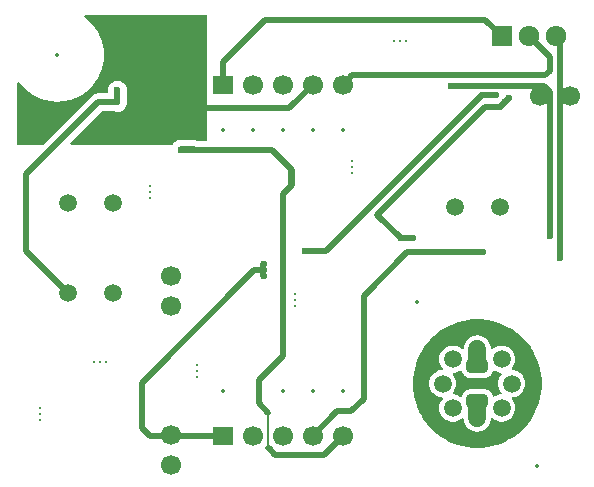
<source format=gbl>
%TF.GenerationSoftware,KiCad,Pcbnew,8.0.6*%
%TF.CreationDate,2024-11-21T00:19:26+01:00*%
%TF.ProjectId,3458A Ref A9 Clone,33343538-4120-4526-9566-20413920436c,rev?*%
%TF.SameCoordinates,Original*%
%TF.FileFunction,Copper,L4,Bot*%
%TF.FilePolarity,Positive*%
%FSLAX46Y46*%
G04 Gerber Fmt 4.6, Leading zero omitted, Abs format (unit mm)*
G04 Created by KiCad (PCBNEW 8.0.6) date 2024-11-21 00:19:26*
%MOMM*%
%LPD*%
G01*
G04 APERTURE LIST*
G04 Aperture macros list*
%AMRoundRect*
0 Rectangle with rounded corners*
0 $1 Rounding radius*
0 $2 $3 $4 $5 $6 $7 $8 $9 X,Y pos of 4 corners*
0 Add a 4 corners polygon primitive as box body*
4,1,4,$2,$3,$4,$5,$6,$7,$8,$9,$2,$3,0*
0 Add four circle primitives for the rounded corners*
1,1,$1+$1,$2,$3*
1,1,$1+$1,$4,$5*
1,1,$1+$1,$6,$7*
1,1,$1+$1,$8,$9*
0 Add four rect primitives between the rounded corners*
20,1,$1+$1,$2,$3,$4,$5,0*
20,1,$1+$1,$4,$5,$6,$7,0*
20,1,$1+$1,$6,$7,$8,$9,0*
20,1,$1+$1,$8,$9,$2,$3,0*%
G04 Aperture macros list end*
%TA.AperFunction,ComponentPad*%
%ADD10C,1.500000*%
%TD*%
%TA.AperFunction,ComponentPad*%
%ADD11R,1.700000X1.524000*%
%TD*%
%TA.AperFunction,ComponentPad*%
%ADD12C,1.700000*%
%TD*%
%TA.AperFunction,ComponentPad*%
%ADD13R,1.710000X1.800000*%
%TD*%
%TA.AperFunction,ComponentPad*%
%ADD14O,1.710000X1.800000*%
%TD*%
%TA.AperFunction,SMDPad,CuDef*%
%ADD15RoundRect,0.250000X-0.650000X0.325000X-0.650000X-0.325000X0.650000X-0.325000X0.650000X0.325000X0*%
%TD*%
%TA.AperFunction,ViaPad*%
%ADD16C,0.600000*%
%TD*%
%TA.AperFunction,Conductor*%
%ADD17C,0.508000*%
%TD*%
%TA.AperFunction,Conductor*%
%ADD18C,1.500000*%
%TD*%
%TA.AperFunction,Conductor*%
%ADD19C,0.200000*%
%TD*%
%TA.AperFunction,Conductor*%
%ADD20C,0.600000*%
%TD*%
%ADD21C,0.300000*%
%ADD22C,0.350000*%
G04 APERTURE END LIST*
D10*
%TO.P,R415,1*%
%TO.N,+7V REF*%
X135001000Y-109270800D03*
%TO.P,R415,2*%
%TO.N,Net-(U402B-+)*%
X138811000Y-109270800D03*
%TD*%
%TO.P,R413,1*%
%TO.N,+7V REF*%
X171577000Y-109601000D03*
%TO.P,R413,2*%
%TO.N,Net-(C414-Pad1)*%
X167767000Y-109601000D03*
%TD*%
%TO.P,U401,1*%
%TO.N,Net-(Q401-E)*%
X172543018Y-124519986D03*
%TO.P,U401,2*%
%TO.N,Net-(D401-A)*%
X171687770Y-122455234D03*
%TO.P,U401,3*%
%TO.N,+7V REF*%
X169623018Y-121599986D03*
%TO.P,U401,4*%
%TO.N,ZD-*%
X167558266Y-122455234D03*
%TO.P,U401,5*%
%TO.N,Net-(U402B-+)*%
X166703018Y-124519986D03*
%TO.P,U401,6*%
%TO.N,J400 (1): Temp*%
X167558266Y-126584738D03*
%TO.P,U401,7*%
%TO.N,J400 (2): REF GND*%
X169623018Y-127439986D03*
%TO.P,U401,8*%
%TO.N,Net-(C414-Pad1)*%
X171687770Y-126584738D03*
%TD*%
D11*
%TO.P,J400,1,Pin_1*%
%TO.N,J400 (1): Temp*%
X148080000Y-128940000D03*
D12*
%TO.P,J400,2,Pin_2*%
%TO.N,unconnected-(J400-Pin_2-Pad2)*%
X150620000Y-128940000D03*
%TO.P,J400,3,Pin_3*%
%TO.N,J400 (2): REF GND*%
X153160000Y-128940000D03*
%TO.P,J400,4,Pin_4*%
%TO.N,+7V REF*%
X155700000Y-128940000D03*
%TO.P,J400,5,Pin_5*%
%TO.N,J400 (2): REF GND*%
X158240000Y-128940000D03*
%TD*%
D10*
%TO.P,R414,1*%
%TO.N,ZD-*%
X138811000Y-116890800D03*
%TO.P,R414,2*%
%TO.N,J400 (2): REF GND*%
X135001000Y-116890800D03*
%TD*%
D12*
%TO.P,TP2,1,1*%
%TO.N,J400 (2): REF GND*%
X143713200Y-131445000D03*
%TD*%
%TO.P,TP6,1,1*%
%TO.N,Net-(D401-A)*%
X174955200Y-100177600D03*
%TD*%
%TO.P,TP3,1,1*%
%TO.N,ZD-*%
X143715000Y-115443000D03*
%TD*%
%TO.P,TP4,1,1*%
%TO.N,J400 (2): REF GND*%
X143715000Y-117983000D03*
%TD*%
D13*
%TO.P,Q401,1,B*%
%TO.N,J401 (1): Heater*%
X171715000Y-95122000D03*
D14*
%TO.P,Q401,2,C*%
%TO.N,+18H*%
X173994999Y-95122000D03*
%TO.P,Q401,3,E*%
%TO.N,Net-(Q401-E)*%
X176275000Y-95122000D03*
%TD*%
D12*
%TO.P,TP5,1,1*%
%TO.N,Net-(Q401-E)*%
X177495200Y-100177600D03*
%TD*%
%TO.P,TP1,1,1*%
%TO.N,J400 (1): Temp*%
X143713200Y-128905000D03*
%TD*%
D11*
%TO.P,J401,1,Pin_1*%
%TO.N,J401 (1): Heater*%
X148090000Y-99210000D03*
D12*
%TO.P,J401,2,Pin_2*%
%TO.N,+18*%
X150630000Y-99210000D03*
%TO.P,J401,3,Pin_3*%
%TO.N,J401 (3): GND Heater*%
X153170000Y-99210000D03*
%TO.P,J401,4,Pin_4*%
%TO.N,-15*%
X155710000Y-99210000D03*
%TO.P,J401,5,Pin_5*%
%TO.N,+18H*%
X158250000Y-99210000D03*
%TD*%
D15*
%TO.P,C2,1*%
%TO.N,+7V REF*%
X169630018Y-123044985D03*
%TO.P,C2,2*%
%TO.N,J400 (2): REF GND*%
X169630018Y-125994987D03*
%TD*%
D16*
%TO.N,+7V REF*%
X169113200Y-113411000D03*
X170129199Y-113410999D03*
X169621200Y-113411000D03*
%TO.N,J400 (2): REF GND*%
X139164699Y-100203001D03*
X153896699Y-106425999D03*
X145541999Y-104726099D03*
X145034000Y-104726100D03*
X144526000Y-104726100D03*
X139164700Y-100710998D03*
X153896700Y-107441999D03*
X139164699Y-99694998D03*
X153896699Y-106934000D03*
%TO.N,J400 (1): Temp*%
X141224000Y-126644400D03*
X151559900Y-114935000D03*
X151559900Y-114427000D03*
X141224000Y-127152400D03*
X141224000Y-127660400D03*
X151559900Y-115443000D03*
%TO.N,Net-(D401-A)*%
X167386000Y-99314000D03*
X175768000Y-111506000D03*
X167894000Y-99314000D03*
X168402000Y-99314000D03*
X175768001Y-112013999D03*
X175768000Y-110998000D03*
%TO.N,unconnected-(J400-Pin_2-Pad2)*%
X167672582Y-129230870D03*
X168660411Y-129536199D03*
X173263271Y-126836632D03*
X170688000Y-124519986D03*
X168216436Y-124941614D03*
X167352836Y-120871572D03*
X170599625Y-120329957D03*
X168660411Y-128710015D03*
X165981604Y-126797168D03*
X170561000Y-128727200D03*
X173176832Y-123063000D03*
X164610004Y-125450968D03*
X165422804Y-125450968D03*
X170561000Y-129540000D03*
X168216436Y-124103414D03*
X173837232Y-123589004D03*
X164613805Y-123550379D03*
X164914804Y-126466968D03*
X173168239Y-125997718D03*
X174646231Y-125489593D03*
X168173032Y-120973172D03*
X171946664Y-120886733D03*
X174650032Y-123589004D03*
X166768636Y-120287372D03*
X171587454Y-119809102D03*
X171107750Y-120981765D03*
X165422028Y-121628604D03*
X165439989Y-123550379D03*
X171907200Y-128168400D03*
X166083204Y-125976972D03*
X167683036Y-119804772D03*
X170180000Y-124519986D03*
X173278432Y-122242804D03*
X173820047Y-125489593D03*
X172521400Y-120311996D03*
X171043600Y-124942600D03*
X168699036Y-120312772D03*
X171043600Y-124104400D03*
X174340902Y-126477422D03*
X166091797Y-123042254D03*
X164919134Y-122562550D03*
X173862632Y-121658604D03*
X174345232Y-122573004D03*
X166738636Y-128727976D03*
X167313372Y-128153239D03*
X165996765Y-122203340D03*
X172491400Y-128752600D03*
X169630018Y-124519986D03*
X165397404Y-127381368D03*
X173838008Y-127411368D03*
X171577000Y-129235200D03*
X170599625Y-119503773D03*
X168572036Y-124519000D03*
X169080036Y-124519000D03*
X171087004Y-128066800D03*
X168699036Y-119499972D03*
X168152286Y-128058207D03*
%TO.N,-15*%
X145034000Y-101521900D03*
X138531600Y-103505000D03*
X143560800Y-100710999D03*
X144526001Y-101521901D03*
X143560799Y-99695000D03*
X138531600Y-102997000D03*
X138531599Y-102489001D03*
X143560800Y-100203001D03*
X145542000Y-101521900D03*
%TO.N,Net-(Q401-E)*%
X164211000Y-112217200D03*
X176657001Y-113918999D03*
X176657000Y-112903000D03*
X163195000Y-112217200D03*
X172339000Y-100330000D03*
X176657000Y-113411000D03*
X171577000Y-101092000D03*
X163703000Y-112217200D03*
X171958000Y-100711000D03*
%TO.N,Net-(C1-Pad1)*%
X170149185Y-100126800D03*
X171226815Y-100126800D03*
X156210000Y-113284000D03*
X155067000Y-113284000D03*
X155637000Y-113284000D03*
X170688000Y-100126800D03*
%TD*%
D17*
%TO.N,+7V REF*%
X157767000Y-126873000D02*
X155700000Y-128940000D01*
X160020000Y-125793500D02*
X158940500Y-126873000D01*
X163703000Y-113411000D02*
X160020000Y-117094000D01*
X170129198Y-113411000D02*
X169113200Y-113411000D01*
X158940500Y-126873000D02*
X157767000Y-126873000D01*
X170129199Y-113410999D02*
X170129198Y-113411000D01*
D18*
X169623018Y-121599986D02*
X169623018Y-122537985D01*
D17*
X160020000Y-117094000D02*
X160020000Y-125793500D01*
X170129198Y-113411000D02*
X163703000Y-113411000D01*
D19*
X169573932Y-121550900D02*
X169623018Y-121599986D01*
D17*
X169623018Y-123037985D02*
X169630018Y-123044985D01*
%TO.N,J400 (2): REF GND*%
X153162000Y-122174000D02*
X153162000Y-108458000D01*
D19*
X151924000Y-126997000D02*
X151924000Y-129953000D01*
D17*
X151130000Y-126203000D02*
X151924000Y-126997000D01*
X135001000Y-116890800D02*
X131445000Y-113334800D01*
X152224101Y-104726100D02*
X153924000Y-106425999D01*
X151970000Y-129999000D02*
X152527000Y-130556000D01*
X153162000Y-108458000D02*
X153924001Y-107695999D01*
X137541002Y-100710998D02*
X139164700Y-100710998D01*
X131445000Y-106807000D02*
X137541002Y-100710998D01*
X151130000Y-126111000D02*
X151130000Y-126203000D01*
X139164700Y-100710998D02*
X139164700Y-99694999D01*
X144526000Y-104726100D02*
X152224101Y-104726100D01*
X156624000Y-130556000D02*
X158240000Y-128940000D01*
X152527000Y-130556000D02*
X156624000Y-130556000D01*
X139164700Y-99694999D02*
X139164699Y-99694998D01*
X151130000Y-126111000D02*
X151130000Y-124206000D01*
X131445000Y-113334800D02*
X131445000Y-106807000D01*
D18*
X169623018Y-127439986D02*
X169623018Y-126501987D01*
D17*
X151130000Y-124206000D02*
X153162000Y-122174000D01*
X153924000Y-106425999D02*
X153924000Y-106934000D01*
X151924000Y-129953000D02*
X151970000Y-129999000D01*
D20*
X145541999Y-104698800D02*
X144511001Y-104698800D01*
D17*
X153924001Y-107695999D02*
X153924001Y-107441999D01*
X153924001Y-107441999D02*
X153924000Y-106410999D01*
X169623018Y-126001987D02*
X169630018Y-125994987D01*
%TO.N,J400 (1): Temp*%
X141224000Y-124460000D02*
X150749000Y-114935000D01*
X148080000Y-128940000D02*
X141894000Y-128940000D01*
X150749000Y-114935000D02*
X151511000Y-114935000D01*
X141894000Y-128940000D02*
X141224000Y-128270000D01*
X151511000Y-115443000D02*
X151511000Y-114427000D01*
X141224000Y-128270000D02*
X141224000Y-124460000D01*
%TO.N,Net-(D401-A)*%
X175742600Y-100177600D02*
X175768000Y-100203000D01*
X175768000Y-99822000D02*
X175260000Y-99314000D01*
X175768000Y-112013998D02*
X175768000Y-100203000D01*
X175260000Y-99314000D02*
X167386000Y-99314000D01*
X175768001Y-112013999D02*
X175768000Y-112013998D01*
X174955200Y-100177600D02*
X175742600Y-100177600D01*
X175768000Y-100203000D02*
X175768000Y-99822000D01*
%TO.N,J401 (1): Heater*%
X148090000Y-97274000D02*
X151638000Y-93726000D01*
X151638000Y-93726000D02*
X170319000Y-93726000D01*
X148090000Y-99210000D02*
X148090000Y-97274000D01*
X170319000Y-93726000D02*
X171715000Y-95122000D01*
%TO.N,+18H*%
X158250000Y-99210000D02*
X159035000Y-98425000D01*
X175387000Y-98425000D02*
X175772999Y-98039001D01*
X159035000Y-98425000D02*
X175387000Y-98425000D01*
X175772999Y-96900000D02*
X173994999Y-95122000D01*
X175772999Y-98039001D02*
X175772999Y-96900000D01*
%TO.N,-15*%
X145161000Y-101219000D02*
X153701000Y-101219000D01*
X153701000Y-101219000D02*
X155710000Y-99210000D01*
%TO.N,Net-(Q401-E)*%
X177495200Y-100177600D02*
X176682400Y-100177600D01*
X171577000Y-101092000D02*
X170307000Y-101092000D01*
X171577000Y-101092000D02*
X172339000Y-100330000D01*
X176657000Y-113918998D02*
X176657000Y-100203000D01*
X176275000Y-95631000D02*
X176275000Y-95122000D01*
X163169600Y-112217200D02*
X164211000Y-112217200D01*
X176657000Y-100203000D02*
X176657000Y-95378000D01*
X176657000Y-95504000D02*
X176275000Y-95122000D01*
X176657001Y-113918999D02*
X176657000Y-113918998D01*
X176682400Y-100177600D02*
X176657000Y-100203000D01*
X170307000Y-101092000D02*
X161175700Y-110223300D01*
X161175700Y-110223300D02*
X163169600Y-112217200D01*
%TO.N,Net-(C1-Pad1)*%
X170002200Y-100126800D02*
X171226815Y-100126800D01*
X155067000Y-113284000D02*
X156845000Y-113284000D01*
X156845000Y-113284000D02*
X170002200Y-100126800D01*
%TD*%
%TA.AperFunction,Conductor*%
%TO.N,unconnected-(J400-Pin_2-Pad2)*%
G36*
X168302335Y-123428168D02*
G01*
X168333457Y-123476124D01*
X168359730Y-123566555D01*
X168378274Y-123630383D01*
X168461937Y-123771850D01*
X168578153Y-123888066D01*
X168719620Y-123971729D01*
X168877449Y-124017583D01*
X168914324Y-124020485D01*
X168914329Y-124020485D01*
X170345707Y-124020485D01*
X170345712Y-124020485D01*
X170382587Y-124017583D01*
X170540416Y-123971729D01*
X170681883Y-123888066D01*
X170798099Y-123771850D01*
X170881762Y-123630383D01*
X170924444Y-123483470D01*
X170958835Y-123432865D01*
X171016404Y-123412140D01*
X171071629Y-123426919D01*
X171172751Y-123489532D01*
X171371572Y-123566555D01*
X171581160Y-123605734D01*
X171592912Y-123605734D01*
X171651103Y-123624641D01*
X171687067Y-123674141D01*
X171687067Y-123735327D01*
X171671916Y-123764395D01*
X171560653Y-123911729D01*
X171560648Y-123911738D01*
X171506499Y-124020485D01*
X171465613Y-124102597D01*
X171462819Y-124112418D01*
X171407262Y-124307674D01*
X171407262Y-124307676D01*
X171387589Y-124519986D01*
X171407262Y-124732296D01*
X171465613Y-124937375D01*
X171560652Y-125128241D01*
X171578523Y-125151906D01*
X171671916Y-125275577D01*
X171691895Y-125333408D01*
X171674066Y-125391939D01*
X171625239Y-125428811D01*
X171592912Y-125434238D01*
X171581160Y-125434238D01*
X171371574Y-125473416D01*
X171298483Y-125501731D01*
X171172751Y-125550440D01*
X171071629Y-125613052D01*
X171012201Y-125627610D01*
X170955566Y-125604456D01*
X170924444Y-125556501D01*
X170922683Y-125550440D01*
X170881762Y-125409589D01*
X170798099Y-125268122D01*
X170681883Y-125151906D01*
X170540416Y-125068243D01*
X170382587Y-125022389D01*
X170382586Y-125022388D01*
X170382583Y-125022388D01*
X170359158Y-125020545D01*
X170345712Y-125019487D01*
X168914324Y-125019487D01*
X168901791Y-125020473D01*
X168877452Y-125022388D01*
X168877445Y-125022390D01*
X168719620Y-125068243D01*
X168578154Y-125151905D01*
X168461936Y-125268123D01*
X168378274Y-125409588D01*
X168333457Y-125563848D01*
X168299065Y-125614453D01*
X168241497Y-125635178D01*
X168186271Y-125620398D01*
X168073290Y-125550443D01*
X168073285Y-125550440D01*
X167874461Y-125473416D01*
X167664876Y-125434238D01*
X167653124Y-125434238D01*
X167594933Y-125415331D01*
X167558969Y-125365831D01*
X167558969Y-125304645D01*
X167574120Y-125275577D01*
X167620031Y-125214781D01*
X167685384Y-125128241D01*
X167780423Y-124937375D01*
X167838774Y-124732296D01*
X167858447Y-124519986D01*
X167838774Y-124307676D01*
X167780423Y-124102597D01*
X167685384Y-123911731D01*
X167574119Y-123764394D01*
X167554141Y-123706564D01*
X167571970Y-123648033D01*
X167620797Y-123611161D01*
X167653124Y-123605734D01*
X167664876Y-123605734D01*
X167874464Y-123566555D01*
X168073285Y-123489532D01*
X168186271Y-123419574D01*
X168245699Y-123405015D01*
X168302335Y-123428168D01*
G37*
%TD.AperFunction*%
%TA.AperFunction,Conductor*%
G36*
X170033889Y-119081282D02*
G01*
X170041252Y-119081834D01*
X170439183Y-119126670D01*
X170446503Y-119127774D01*
X170542581Y-119145953D01*
X170839966Y-119202221D01*
X170847178Y-119203867D01*
X171233984Y-119307511D01*
X171241053Y-119309692D01*
X171619025Y-119441951D01*
X171625907Y-119444651D01*
X171992976Y-119604802D01*
X171999596Y-119607990D01*
X172353678Y-119795127D01*
X172360036Y-119798798D01*
X172699125Y-120011862D01*
X172705242Y-120016033D01*
X173027426Y-120253814D01*
X173033212Y-120258427D01*
X173330958Y-120514660D01*
X173336745Y-120519640D01*
X173342172Y-120524675D01*
X173625327Y-120807830D01*
X173630362Y-120813257D01*
X173891572Y-121116787D01*
X173896188Y-121122576D01*
X174133969Y-121444760D01*
X174138140Y-121450877D01*
X174198408Y-121546792D01*
X174330353Y-121756782D01*
X174351194Y-121789949D01*
X174354879Y-121796333D01*
X174542006Y-122150395D01*
X174545207Y-122157041D01*
X174705349Y-122524091D01*
X174708053Y-122530982D01*
X174840309Y-122908946D01*
X174842492Y-122916021D01*
X174946134Y-123302821D01*
X174947781Y-123310039D01*
X175022228Y-123703499D01*
X175023332Y-123710819D01*
X175068167Y-124108739D01*
X175068720Y-124116122D01*
X175083693Y-124516283D01*
X175083693Y-124523687D01*
X175068720Y-124923848D01*
X175068167Y-124931231D01*
X175023332Y-125329151D01*
X175022228Y-125336471D01*
X174947781Y-125729931D01*
X174946134Y-125737149D01*
X174842492Y-126123949D01*
X174840309Y-126131024D01*
X174708053Y-126508988D01*
X174705349Y-126515879D01*
X174545207Y-126882929D01*
X174542001Y-126889585D01*
X174354886Y-127243626D01*
X174351194Y-127250021D01*
X174138140Y-127589093D01*
X174133969Y-127595210D01*
X173896188Y-127917394D01*
X173891572Y-127923183D01*
X173630362Y-128226713D01*
X173625327Y-128232140D01*
X173342172Y-128515295D01*
X173336745Y-128520330D01*
X173033215Y-128781540D01*
X173027426Y-128786156D01*
X172705242Y-129023937D01*
X172699125Y-129028108D01*
X172360053Y-129241162D01*
X172353658Y-129244854D01*
X171999617Y-129431969D01*
X171992961Y-129435175D01*
X171625911Y-129595317D01*
X171619020Y-129598021D01*
X171241056Y-129730277D01*
X171233981Y-129732460D01*
X170847181Y-129836102D01*
X170839963Y-129837749D01*
X170446503Y-129912196D01*
X170439183Y-129913300D01*
X170041263Y-129958135D01*
X170033880Y-129958688D01*
X169633719Y-129973661D01*
X169626315Y-129973661D01*
X169226154Y-129958688D01*
X169218771Y-129958135D01*
X168820851Y-129913300D01*
X168813531Y-129912196D01*
X168420071Y-129837749D01*
X168412853Y-129836102D01*
X168026053Y-129732460D01*
X168018978Y-129730277D01*
X167641014Y-129598021D01*
X167634123Y-129595317D01*
X167267073Y-129435175D01*
X167260427Y-129431974D01*
X166906365Y-129244847D01*
X166899989Y-129241167D01*
X166705867Y-129119192D01*
X166560909Y-129028108D01*
X166554792Y-129023937D01*
X166232608Y-128786156D01*
X166226819Y-128781540D01*
X165923289Y-128520330D01*
X165917862Y-128515295D01*
X165634707Y-128232140D01*
X165629672Y-128226713D01*
X165542593Y-128125526D01*
X165368459Y-127923180D01*
X165363846Y-127917394D01*
X165337447Y-127881625D01*
X165126064Y-127595209D01*
X165121894Y-127589093D01*
X165070180Y-127506791D01*
X164908830Y-127250004D01*
X164905159Y-127243646D01*
X164718022Y-126889564D01*
X164714834Y-126882944D01*
X164554683Y-126515875D01*
X164551981Y-126508988D01*
X164504196Y-126372428D01*
X164419724Y-126131021D01*
X164417542Y-126123949D01*
X164313900Y-125737149D01*
X164312253Y-125729931D01*
X164299529Y-125662686D01*
X164263718Y-125473417D01*
X164237806Y-125336471D01*
X164236702Y-125329151D01*
X164207305Y-125068243D01*
X164191866Y-124931220D01*
X164191314Y-124923848D01*
X164184147Y-124732296D01*
X164176341Y-124523674D01*
X164176341Y-124519986D01*
X165547589Y-124519986D01*
X165567262Y-124732296D01*
X165625613Y-124937375D01*
X165720652Y-125128241D01*
X165849146Y-125298393D01*
X165890915Y-125336471D01*
X166006710Y-125442033D01*
X166006717Y-125442039D01*
X166110407Y-125506241D01*
X166187999Y-125554284D01*
X166386820Y-125631307D01*
X166596408Y-125670486D01*
X166608160Y-125670486D01*
X166666351Y-125689393D01*
X166702315Y-125738893D01*
X166702315Y-125800079D01*
X166687164Y-125829147D01*
X166575901Y-125976481D01*
X166575896Y-125976490D01*
X166480862Y-126167346D01*
X166422510Y-126372426D01*
X166409218Y-126515879D01*
X166402837Y-126584738D01*
X166422510Y-126797048D01*
X166480861Y-127002127D01*
X166575900Y-127192993D01*
X166704394Y-127363145D01*
X166775000Y-127427511D01*
X166861958Y-127506785D01*
X166861965Y-127506791D01*
X166965655Y-127570993D01*
X167043247Y-127619036D01*
X167242068Y-127696059D01*
X167451656Y-127735238D01*
X167664876Y-127735238D01*
X167874464Y-127696059D01*
X168073285Y-127619036D01*
X168254568Y-127506790D01*
X168306822Y-127459153D01*
X168362562Y-127433923D01*
X168422488Y-127446275D01*
X168463709Y-127491491D01*
X168471312Y-127526729D01*
X168472213Y-127526659D01*
X168472517Y-127530531D01*
X168480357Y-127580025D01*
X168481154Y-127586378D01*
X168487262Y-127652299D01*
X168495876Y-127682573D01*
X168498435Y-127694172D01*
X168500846Y-127709391D01*
X168500848Y-127709399D01*
X168521697Y-127773567D01*
X168522750Y-127777026D01*
X168542256Y-127845580D01*
X168545614Y-127857379D01*
X168551886Y-127869974D01*
X168555204Y-127878089D01*
X168555322Y-127878041D01*
X168556806Y-127881624D01*
X168595340Y-127957253D01*
X168595751Y-127958069D01*
X168640648Y-128048234D01*
X168640653Y-128048243D01*
X168697953Y-128124119D01*
X168699001Y-128125534D01*
X168745461Y-128189482D01*
X168745469Y-128189491D01*
X168748179Y-128192202D01*
X168757172Y-128202538D01*
X168769137Y-128218382D01*
X168769140Y-128218386D01*
X168769146Y-128218393D01*
X168784226Y-128232140D01*
X168826573Y-128270745D01*
X168829879Y-128273902D01*
X168873518Y-128317540D01*
X168890674Y-128330005D01*
X168899178Y-128336935D01*
X168899185Y-128336941D01*
X168926716Y-128362038D01*
X168926718Y-128362039D01*
X168978072Y-128393837D01*
X168984145Y-128397915D01*
X169020020Y-128423980D01*
X169020029Y-128423985D01*
X169054389Y-128441492D01*
X169061550Y-128445523D01*
X169107999Y-128474284D01*
X169108001Y-128474284D01*
X169108001Y-128474285D01*
X169120277Y-128479040D01*
X169148144Y-128489835D01*
X169157322Y-128493939D01*
X169181379Y-128506197D01*
X169217432Y-128517911D01*
X169234550Y-128523473D01*
X169239722Y-128525313D01*
X169306820Y-128551307D01*
X169332065Y-128556025D01*
X169344457Y-128559183D01*
X169353609Y-128562157D01*
X169426017Y-128573624D01*
X169428591Y-128574069D01*
X169516408Y-128590486D01*
X169516409Y-128590486D01*
X169729626Y-128590486D01*
X169729628Y-128590486D01*
X169817467Y-128574064D01*
X169820004Y-128573626D01*
X169892427Y-128562157D01*
X169901572Y-128559185D01*
X169913976Y-128556024D01*
X169939216Y-128551307D01*
X170006324Y-128525308D01*
X170011485Y-128523473D01*
X170064657Y-128506197D01*
X170088713Y-128493939D01*
X170097880Y-128489839D01*
X170138037Y-128474284D01*
X170184484Y-128445524D01*
X170191645Y-128441492D01*
X170226012Y-128423982D01*
X170261896Y-128397909D01*
X170267962Y-128393837D01*
X170319320Y-128362038D01*
X170346864Y-128336927D01*
X170355353Y-128330010D01*
X170372519Y-128317539D01*
X170416174Y-128273883D01*
X170419415Y-128270786D01*
X170476890Y-128218393D01*
X170488868Y-128202530D01*
X170497870Y-128192186D01*
X170500571Y-128189487D01*
X170547085Y-128125462D01*
X170548058Y-128124150D01*
X170605384Y-128048241D01*
X170641673Y-127975360D01*
X170650326Y-127957984D01*
X170650738Y-127957166D01*
X170689229Y-127881625D01*
X170689231Y-127881617D01*
X170690720Y-127878026D01*
X170690839Y-127878075D01*
X170694150Y-127869970D01*
X170700423Y-127857375D01*
X170723280Y-127777038D01*
X170724342Y-127773557D01*
X170745186Y-127709404D01*
X170745185Y-127709404D01*
X170745189Y-127709395D01*
X170747599Y-127694170D01*
X170750154Y-127682587D01*
X170758774Y-127652296D01*
X170764881Y-127586374D01*
X170765675Y-127580044D01*
X170773518Y-127530532D01*
X170773518Y-127530523D01*
X170773824Y-127526648D01*
X170775320Y-127526765D01*
X170792425Y-127474124D01*
X170841925Y-127438160D01*
X170903111Y-127438160D01*
X170939212Y-127459152D01*
X170974686Y-127491491D01*
X170991468Y-127506790D01*
X170991469Y-127506791D01*
X171095159Y-127570993D01*
X171172751Y-127619036D01*
X171371572Y-127696059D01*
X171581160Y-127735238D01*
X171794380Y-127735238D01*
X172003968Y-127696059D01*
X172202789Y-127619036D01*
X172384072Y-127506790D01*
X172541642Y-127363145D01*
X172670136Y-127192993D01*
X172765175Y-127002127D01*
X172823526Y-126797048D01*
X172843199Y-126584738D01*
X172823526Y-126372428D01*
X172765175Y-126167349D01*
X172670136Y-125976483D01*
X172558871Y-125829146D01*
X172538893Y-125771316D01*
X172556722Y-125712785D01*
X172605549Y-125675913D01*
X172637876Y-125670486D01*
X172649628Y-125670486D01*
X172859216Y-125631307D01*
X173058037Y-125554284D01*
X173239320Y-125442038D01*
X173396890Y-125298393D01*
X173525384Y-125128241D01*
X173620423Y-124937375D01*
X173678774Y-124732296D01*
X173698447Y-124519986D01*
X173678774Y-124307676D01*
X173620423Y-124102597D01*
X173525384Y-123911731D01*
X173396890Y-123741579D01*
X173268616Y-123624641D01*
X173239325Y-123597938D01*
X173239318Y-123597932D01*
X173058042Y-123485691D01*
X173058037Y-123485688D01*
X172906338Y-123426920D01*
X172859216Y-123408665D01*
X172859215Y-123408664D01*
X172859213Y-123408664D01*
X172649628Y-123369486D01*
X172637876Y-123369486D01*
X172579685Y-123350579D01*
X172543721Y-123301079D01*
X172543721Y-123239893D01*
X172558872Y-123210825D01*
X172670136Y-123063489D01*
X172765175Y-122872623D01*
X172823526Y-122667544D01*
X172843199Y-122455234D01*
X172823526Y-122242924D01*
X172765175Y-122037845D01*
X172670136Y-121846979D01*
X172541642Y-121676827D01*
X172400852Y-121548479D01*
X172384077Y-121533186D01*
X172384070Y-121533180D01*
X172202794Y-121420939D01*
X172202789Y-121420936D01*
X172003968Y-121343913D01*
X172003967Y-121343912D01*
X172003965Y-121343912D01*
X171794380Y-121304734D01*
X171581160Y-121304734D01*
X171371574Y-121343912D01*
X171172750Y-121420936D01*
X171172745Y-121420939D01*
X170991469Y-121533180D01*
X170991468Y-121533181D01*
X170939214Y-121580818D01*
X170883473Y-121606048D01*
X170823547Y-121593696D01*
X170782327Y-121548479D01*
X170774723Y-121513241D01*
X170773823Y-121513312D01*
X170773518Y-121509445D01*
X170773518Y-121509440D01*
X170765675Y-121459926D01*
X170764880Y-121453584D01*
X170764629Y-121450877D01*
X170758774Y-121387676D01*
X170750155Y-121357385D01*
X170747599Y-121345798D01*
X170745189Y-121330577D01*
X170724344Y-121266421D01*
X170723277Y-121262921D01*
X170723275Y-121262914D01*
X170700423Y-121182597D01*
X170694151Y-121170001D01*
X170690833Y-121161884D01*
X170690714Y-121161934D01*
X170689233Y-121158362D01*
X170689229Y-121158347D01*
X170650694Y-121082718D01*
X170650283Y-121081901D01*
X170605385Y-120991734D01*
X170605384Y-120991731D01*
X170605381Y-120991727D01*
X170605380Y-120991725D01*
X170548104Y-120915882D01*
X170547028Y-120914429D01*
X170500571Y-120850485D01*
X170500559Y-120850473D01*
X170497858Y-120847771D01*
X170488867Y-120837438D01*
X170479641Y-120825222D01*
X170476890Y-120821579D01*
X170419450Y-120769215D01*
X170416154Y-120766068D01*
X170372520Y-120722434D01*
X170355358Y-120709964D01*
X170346859Y-120703037D01*
X170319326Y-120677939D01*
X170319317Y-120677932D01*
X170267964Y-120646135D01*
X170261891Y-120642057D01*
X170226015Y-120615991D01*
X170226007Y-120615987D01*
X170208070Y-120606848D01*
X170191654Y-120598483D01*
X170184490Y-120594450D01*
X170138039Y-120565689D01*
X170138031Y-120565685D01*
X170097884Y-120550132D01*
X170088707Y-120546029D01*
X170064657Y-120533775D01*
X170028603Y-120522060D01*
X170011486Y-120516498D01*
X170006319Y-120514660D01*
X170006309Y-120514656D01*
X169939216Y-120488665D01*
X169939215Y-120488664D01*
X169939213Y-120488664D01*
X169913969Y-120483945D01*
X169901575Y-120480787D01*
X169892424Y-120477814D01*
X169820092Y-120466358D01*
X169817388Y-120465891D01*
X169729628Y-120449486D01*
X169516408Y-120449486D01*
X169428646Y-120465891D01*
X169425942Y-120466358D01*
X169353612Y-120477814D01*
X169353605Y-120477815D01*
X169344447Y-120480790D01*
X169332065Y-120483944D01*
X169306830Y-120488662D01*
X169306814Y-120488666D01*
X169239726Y-120514656D01*
X169234559Y-120516495D01*
X169181375Y-120533776D01*
X169157324Y-120546030D01*
X169148148Y-120550132D01*
X169108007Y-120565684D01*
X169107993Y-120565691D01*
X169061550Y-120594446D01*
X169054385Y-120598481D01*
X169036344Y-120607674D01*
X169020024Y-120615990D01*
X169020021Y-120615991D01*
X169020021Y-120615992D01*
X168984136Y-120642061D01*
X168978070Y-120646135D01*
X168926714Y-120677935D01*
X168899172Y-120703041D01*
X168890676Y-120709965D01*
X168873514Y-120722434D01*
X168829888Y-120766060D01*
X168826584Y-120769215D01*
X168781358Y-120810446D01*
X168769146Y-120821579D01*
X168769144Y-120821581D01*
X168769143Y-120821581D01*
X168757164Y-120837443D01*
X168748181Y-120847767D01*
X168745475Y-120850473D01*
X168745463Y-120850487D01*
X168699005Y-120914429D01*
X168697919Y-120915896D01*
X168640650Y-120991734D01*
X168595708Y-121081989D01*
X168595297Y-121082804D01*
X168556808Y-121158344D01*
X168555318Y-121161941D01*
X168555201Y-121161892D01*
X168551889Y-121169990D01*
X168550469Y-121172843D01*
X168545613Y-121182596D01*
X168545610Y-121182604D01*
X168522759Y-121262914D01*
X168521694Y-121266410D01*
X168500849Y-121330568D01*
X168500845Y-121330584D01*
X168498433Y-121345805D01*
X168495876Y-121357394D01*
X168487263Y-121387671D01*
X168487262Y-121387676D01*
X168481696Y-121447746D01*
X168481154Y-121453593D01*
X168480357Y-121459944D01*
X168472517Y-121509438D01*
X168472213Y-121513313D01*
X168470718Y-121513195D01*
X168453611Y-121565847D01*
X168404111Y-121601811D01*
X168342925Y-121601811D01*
X168306822Y-121580818D01*
X168254567Y-121533181D01*
X168254566Y-121533180D01*
X168073290Y-121420939D01*
X168073285Y-121420936D01*
X167874464Y-121343913D01*
X167874463Y-121343912D01*
X167874461Y-121343912D01*
X167664876Y-121304734D01*
X167451656Y-121304734D01*
X167242070Y-121343912D01*
X167043246Y-121420936D01*
X167043241Y-121420939D01*
X166861965Y-121533180D01*
X166861958Y-121533186D01*
X166704401Y-121676820D01*
X166704397Y-121676823D01*
X166704394Y-121676827D01*
X166704391Y-121676831D01*
X166575901Y-121846977D01*
X166575896Y-121846986D01*
X166480862Y-122037842D01*
X166422510Y-122242922D01*
X166402837Y-122455234D01*
X166422510Y-122667545D01*
X166445715Y-122749101D01*
X166480861Y-122872623D01*
X166575900Y-123063489D01*
X166687164Y-123210825D01*
X166707143Y-123268656D01*
X166689314Y-123327187D01*
X166640487Y-123364059D01*
X166608160Y-123369486D01*
X166596408Y-123369486D01*
X166386822Y-123408664D01*
X166187998Y-123485688D01*
X166187993Y-123485691D01*
X166006717Y-123597932D01*
X166006710Y-123597938D01*
X165849153Y-123741572D01*
X165849149Y-123741575D01*
X165849146Y-123741579D01*
X165849143Y-123741583D01*
X165720653Y-123911729D01*
X165720648Y-123911738D01*
X165666499Y-124020485D01*
X165625613Y-124102597D01*
X165622819Y-124112418D01*
X165567262Y-124307674D01*
X165567262Y-124307676D01*
X165547589Y-124519986D01*
X164176341Y-124519986D01*
X164176341Y-124516297D01*
X164191314Y-124116111D01*
X164191865Y-124108752D01*
X164236702Y-123710814D01*
X164237806Y-123703499D01*
X164257780Y-123597934D01*
X164312254Y-123310030D01*
X164313900Y-123302821D01*
X164417545Y-122916010D01*
X164419725Y-122908946D01*
X164551986Y-122530968D01*
X164554679Y-122524104D01*
X164714839Y-122157015D01*
X164718016Y-122150417D01*
X164905165Y-121796312D01*
X164908823Y-121789977D01*
X165121902Y-121450864D01*
X165126055Y-121444773D01*
X165363859Y-121122559D01*
X165368448Y-121116803D01*
X165629684Y-120813243D01*
X165634694Y-120807843D01*
X165917875Y-120524662D01*
X165923275Y-120519652D01*
X166226835Y-120258416D01*
X166232591Y-120253827D01*
X166554805Y-120016023D01*
X166560896Y-120011870D01*
X166900009Y-119798791D01*
X166906344Y-119795133D01*
X167260449Y-119607984D01*
X167267047Y-119604807D01*
X167634136Y-119444647D01*
X167641000Y-119441954D01*
X168018989Y-119309689D01*
X168026042Y-119307513D01*
X168412862Y-119203865D01*
X168420062Y-119202222D01*
X168813532Y-119127773D01*
X168820846Y-119126670D01*
X169218784Y-119081833D01*
X169226143Y-119081282D01*
X169626330Y-119066309D01*
X169633706Y-119066309D01*
X170033889Y-119081282D01*
G37*
%TD.AperFunction*%
%TD*%
%TA.AperFunction,Conductor*%
%TO.N,-15*%
G36*
X146704239Y-93310185D02*
G01*
X146749994Y-93362989D01*
X146761200Y-93414500D01*
X146761200Y-98277147D01*
X146753382Y-98320480D01*
X146745908Y-98340517D01*
X146739501Y-98400116D01*
X146739500Y-98400135D01*
X146739500Y-100019870D01*
X146739501Y-100019876D01*
X146745908Y-100079481D01*
X146753382Y-100099518D01*
X146761200Y-100142852D01*
X146761200Y-103847600D01*
X146741515Y-103914639D01*
X146688711Y-103960394D01*
X146637200Y-103971600D01*
X145902855Y-103971600D01*
X145855403Y-103962161D01*
X145775500Y-103929064D01*
X145775488Y-103929061D01*
X145620844Y-103898300D01*
X145620841Y-103898300D01*
X144432159Y-103898300D01*
X144432156Y-103898300D01*
X144277511Y-103929061D01*
X144277499Y-103929064D01*
X144131828Y-103989402D01*
X144131815Y-103989409D01*
X144000712Y-104077010D01*
X144000708Y-104077013D01*
X143889214Y-104188507D01*
X143889211Y-104188511D01*
X143839646Y-104262691D01*
X143786034Y-104307496D01*
X143736544Y-104317800D01*
X135300586Y-104317800D01*
X135233547Y-104298115D01*
X135187792Y-104245311D01*
X135177848Y-104176153D01*
X135206873Y-104112597D01*
X135212905Y-104106119D01*
X137817207Y-101501817D01*
X137878530Y-101468332D01*
X137904888Y-101465498D01*
X138876160Y-101465498D01*
X138917115Y-101472457D01*
X138985437Y-101496364D01*
X138985443Y-101496365D01*
X138985445Y-101496366D01*
X138985446Y-101496366D01*
X138985450Y-101496367D01*
X139164696Y-101516563D01*
X139164700Y-101516563D01*
X139164704Y-101516563D01*
X139343949Y-101496367D01*
X139343952Y-101496366D01*
X139343955Y-101496366D01*
X139514222Y-101436787D01*
X139666962Y-101340814D01*
X139794516Y-101213260D01*
X139890489Y-101060520D01*
X139950068Y-100890253D01*
X139970265Y-100710998D01*
X139957815Y-100600501D01*
X139950069Y-100531748D01*
X139950068Y-100531746D01*
X139950068Y-100531743D01*
X139938243Y-100497952D01*
X139934681Y-100428175D01*
X139938244Y-100416042D01*
X139950067Y-100382256D01*
X139956006Y-100329546D01*
X139970264Y-100203004D01*
X139970264Y-100202997D01*
X139950068Y-100023751D01*
X139950065Y-100023738D01*
X139938243Y-99989953D01*
X139934680Y-99920175D01*
X139938239Y-99908052D01*
X139950067Y-99874253D01*
X139970264Y-99694998D01*
X139950067Y-99515743D01*
X139890488Y-99345476D01*
X139794515Y-99192736D01*
X139666961Y-99065182D01*
X139639320Y-99047814D01*
X139514222Y-98969209D01*
X139343953Y-98909629D01*
X139343948Y-98909628D01*
X139164703Y-98889433D01*
X139164695Y-98889433D01*
X138985449Y-98909628D01*
X138985444Y-98909629D01*
X138815175Y-98969209D01*
X138662436Y-99065182D01*
X138534883Y-99192735D01*
X138438910Y-99345474D01*
X138379330Y-99515743D01*
X138379329Y-99515748D01*
X138359134Y-99694994D01*
X138359134Y-99695000D01*
X138373062Y-99818614D01*
X138361008Y-99887436D01*
X138313659Y-99938816D01*
X138249842Y-99956498D01*
X137621448Y-99956498D01*
X137621428Y-99956497D01*
X137615314Y-99956497D01*
X137466690Y-99956497D01*
X137466688Y-99956497D01*
X137345107Y-99980682D01*
X137320922Y-99985493D01*
X137287056Y-99999521D01*
X137287055Y-99999521D01*
X137183617Y-100042365D01*
X137183614Y-100042367D01*
X137174889Y-100048197D01*
X137174888Y-100048196D01*
X137060040Y-100124935D01*
X137060038Y-100124937D01*
X137060036Y-100124938D01*
X137060036Y-100124939D01*
X136954943Y-100230032D01*
X132903494Y-104281481D01*
X132842171Y-104314966D01*
X132815813Y-104317800D01*
X130794500Y-104317800D01*
X130727461Y-104298115D01*
X130681706Y-104245311D01*
X130670500Y-104193800D01*
X130670500Y-99123715D01*
X130690185Y-99056676D01*
X130742989Y-99010921D01*
X130812147Y-99000977D01*
X130875703Y-99030002D01*
X130892556Y-99047814D01*
X131063745Y-99268972D01*
X131298318Y-99515743D01*
X131339421Y-99558983D01*
X131643018Y-99819613D01*
X131643021Y-99819615D01*
X131971432Y-100048196D01*
X132321283Y-100242379D01*
X132688984Y-100400172D01*
X132688994Y-100400175D01*
X132688999Y-100400177D01*
X133070751Y-100519953D01*
X133070754Y-100519953D01*
X133070762Y-100519956D01*
X133462700Y-100600501D01*
X133781160Y-100632885D01*
X133860775Y-100640981D01*
X133860776Y-100640981D01*
X134260905Y-100640981D01*
X134327250Y-100634234D01*
X134658980Y-100600501D01*
X135050918Y-100519956D01*
X135121044Y-100497954D01*
X135432680Y-100400177D01*
X135432679Y-100400177D01*
X135432696Y-100400172D01*
X135800397Y-100242379D01*
X136150248Y-100048196D01*
X136478659Y-99819615D01*
X136782259Y-99558983D01*
X137057935Y-99268972D01*
X137302856Y-98952560D01*
X137514509Y-98612994D01*
X137690723Y-98253757D01*
X137829690Y-97878535D01*
X137929983Y-97491180D01*
X137990574Y-97095666D01*
X138010840Y-96696051D01*
X137990574Y-96296436D01*
X137929983Y-95900922D01*
X137829690Y-95513567D01*
X137690723Y-95138345D01*
X137514509Y-94779108D01*
X137514504Y-94779099D01*
X137302855Y-94439541D01*
X137057939Y-94123135D01*
X137057938Y-94123134D01*
X137057935Y-94123130D01*
X136782259Y-93833119D01*
X136594289Y-93671752D01*
X136478661Y-93572488D01*
X136397897Y-93516275D01*
X136354118Y-93461821D01*
X136346730Y-93392343D01*
X136378076Y-93329900D01*
X136438206Y-93294317D01*
X136468734Y-93290500D01*
X146637200Y-93290500D01*
X146704239Y-93310185D01*
G37*
%TD.AperFunction*%
%TD*%
D21*
X162560001Y-95504001D03*
X137718800Y-122682000D03*
X154178000Y-116967000D03*
X169113200Y-113411000D03*
X154178000Y-117983000D03*
X154178000Y-117475000D03*
X138226800Y-122682000D03*
X137210801Y-122682001D03*
X170129199Y-113410999D03*
X169621200Y-113411000D03*
X163068000Y-95504000D03*
X163576000Y-95504000D03*
X139164699Y-100203001D03*
X159004000Y-106172000D03*
X153896699Y-106425999D03*
X145923000Y-123952001D03*
X159004000Y-106680000D03*
X145541999Y-104726099D03*
X159003999Y-105664000D03*
X145034000Y-104726100D03*
X141935200Y-107822999D03*
X144526000Y-104726100D03*
X132588000Y-127635000D03*
X145922999Y-122936001D03*
X132588000Y-127127000D03*
X141935200Y-108331000D03*
X141935201Y-108838999D03*
X139164700Y-100710998D03*
X153896700Y-107441999D03*
X132588000Y-126619000D03*
X139164699Y-99694998D03*
X153896699Y-106934000D03*
X145923000Y-123443998D03*
X141224000Y-126644400D03*
X151559900Y-114935000D03*
X151559900Y-114427000D03*
X141224000Y-127152400D03*
X141224000Y-127660400D03*
X151559900Y-115443000D03*
X167386000Y-99314000D03*
X175768000Y-111506000D03*
X167894000Y-99314000D03*
X168402000Y-99314000D03*
X175768001Y-112013999D03*
X175768000Y-110998000D03*
X167672582Y-129230870D03*
X168660411Y-129536199D03*
X173263271Y-126836632D03*
X170688000Y-124519986D03*
X168216436Y-124941614D03*
X167352836Y-120871572D03*
X170599625Y-120329957D03*
X168660411Y-128710015D03*
X165981604Y-126797168D03*
X170561000Y-128727200D03*
X173176832Y-123063000D03*
X164610004Y-125450968D03*
X165422804Y-125450968D03*
X170561000Y-129540000D03*
X168216436Y-124103414D03*
X173837232Y-123589004D03*
X164613805Y-123550379D03*
X164914804Y-126466968D03*
X173168239Y-125997718D03*
X174646231Y-125489593D03*
X168173032Y-120973172D03*
X171946664Y-120886733D03*
X174650032Y-123589004D03*
X166768636Y-120287372D03*
X171587454Y-119809102D03*
X171107750Y-120981765D03*
X165422028Y-121628604D03*
X165439989Y-123550379D03*
X171907200Y-128168400D03*
X166083204Y-125976972D03*
X167683036Y-119804772D03*
X170180000Y-124519986D03*
X173278432Y-122242804D03*
X173820047Y-125489593D03*
X172521400Y-120311996D03*
X171043600Y-124942600D03*
X168699036Y-120312772D03*
X171043600Y-124104400D03*
X174340902Y-126477422D03*
X166091797Y-123042254D03*
X164919134Y-122562550D03*
X173862632Y-121658604D03*
X174345232Y-122573004D03*
X166738636Y-128727976D03*
X167313372Y-128153239D03*
X165996765Y-122203340D03*
X172491400Y-128752600D03*
X169630018Y-124519986D03*
X165397404Y-127381368D03*
X173838008Y-127411368D03*
X171577000Y-129235200D03*
X170599625Y-119503773D03*
X168572036Y-124519000D03*
X169080036Y-124519000D03*
X171087004Y-128066800D03*
X168699036Y-119499972D03*
X168152286Y-128058207D03*
X145034000Y-101521900D03*
X138531600Y-103505000D03*
X143560800Y-100710999D03*
X144526001Y-101521901D03*
X143560799Y-99695000D03*
X138531600Y-102997000D03*
X138531599Y-102489001D03*
X143560800Y-100203001D03*
X145542000Y-101521900D03*
X164211000Y-112217200D03*
X176657001Y-113918999D03*
X176657000Y-112903000D03*
X163195000Y-112217200D03*
X172339000Y-100330000D03*
X176657000Y-113411000D03*
X171577000Y-101092000D03*
X163703000Y-112217200D03*
X171958000Y-100711000D03*
X170149185Y-100126800D03*
X171226815Y-100126800D03*
X156210000Y-113284000D03*
X155067000Y-113284000D03*
X155637000Y-113284000D03*
X170688000Y-100126800D03*
D22*
X135001000Y-109270800D03*
X138811000Y-109270800D03*
X171577000Y-109601000D03*
X167767000Y-109601000D03*
X172543018Y-124519986D03*
X171687770Y-122455234D03*
X169623018Y-121599986D03*
X167558266Y-122455234D03*
X166703018Y-124519986D03*
X167558266Y-126584738D03*
X169623018Y-127439986D03*
X171687770Y-126584738D03*
X148080000Y-125130000D03*
X153160000Y-125130000D03*
X155700000Y-125130000D03*
X158240000Y-125130000D03*
X148080000Y-128940000D03*
X150620000Y-128940000D03*
X153160000Y-128940000D03*
X155700000Y-128940000D03*
X158240000Y-128940000D03*
X138811000Y-116890800D03*
X135001000Y-116890800D03*
X174713949Y-131466051D03*
X164563949Y-117576051D03*
X143713200Y-131445000D03*
X174955200Y-100177600D03*
X143715000Y-115443000D03*
X143715000Y-117983000D03*
X171715000Y-95122000D03*
X173994999Y-95122000D03*
X176275000Y-95122000D03*
X134073840Y-96696051D03*
X177495200Y-100177600D03*
X143713200Y-128905000D03*
X158250000Y-103020000D03*
X155710000Y-103020000D03*
X153170000Y-103020000D03*
X150630000Y-103020000D03*
X148090000Y-103020000D03*
X148090000Y-99210000D03*
X150630000Y-99210000D03*
X153170000Y-99210000D03*
X155710000Y-99210000D03*
X158250000Y-99210000D03*
M02*

</source>
